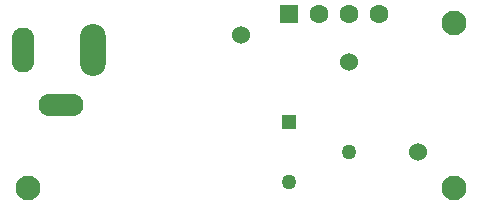
<source format=gbr>
%TF.GenerationSoftware,KiCad,Pcbnew,5.1.10*%
%TF.CreationDate,2021-11-16T14:47:03-07:00*%
%TF.ProjectId,L0003-Wheatstone-Bridge,4c303030-332d-4576-9865-617473746f6e,rev?*%
%TF.SameCoordinates,Original*%
%TF.FileFunction,Soldermask,Bot*%
%TF.FilePolarity,Negative*%
%FSLAX46Y46*%
G04 Gerber Fmt 4.6, Leading zero omitted, Abs format (unit mm)*
G04 Created by KiCad (PCBNEW 5.1.10) date 2021-11-16 14:47:03*
%MOMM*%
%LPD*%
G01*
G04 APERTURE LIST*
%ADD10C,2.100000*%
%ADD11O,2.200000X4.400000*%
%ADD12O,1.900000X3.800000*%
%ADD13O,3.800000X1.900000*%
%ADD14C,1.605000*%
%ADD15R,1.605000X1.605000*%
%ADD16R,1.268000X1.268000*%
%ADD17C,1.268000*%
%ADD18C,1.524000*%
G04 APERTURE END LIST*
D10*
%TO.C,H1*%
X133858000Y-92710000D03*
%TD*%
%TO.C,H2*%
X133858000Y-78740000D03*
%TD*%
%TO.C,H3*%
X97790000Y-92710000D03*
%TD*%
D11*
%TO.C,P1*%
X103289000Y-81026000D03*
D12*
X97334000Y-81026000D03*
D13*
X100584000Y-85716000D03*
%TD*%
D14*
%TO.C,P2*%
X127508000Y-77978000D03*
X124968000Y-77978000D03*
X122428000Y-77978000D03*
D15*
X119888000Y-77978000D03*
%TD*%
D16*
%TO.C,R2*%
X119888000Y-87122000D03*
D17*
X124968000Y-89662000D03*
X119888000Y-92202000D03*
%TD*%
D18*
%TO.C,TP1*%
X115824000Y-79756000D03*
%TD*%
%TO.C,TP2*%
X130810000Y-89662000D03*
%TD*%
%TO.C,TP3*%
X124968000Y-82042000D03*
%TD*%
M02*

</source>
